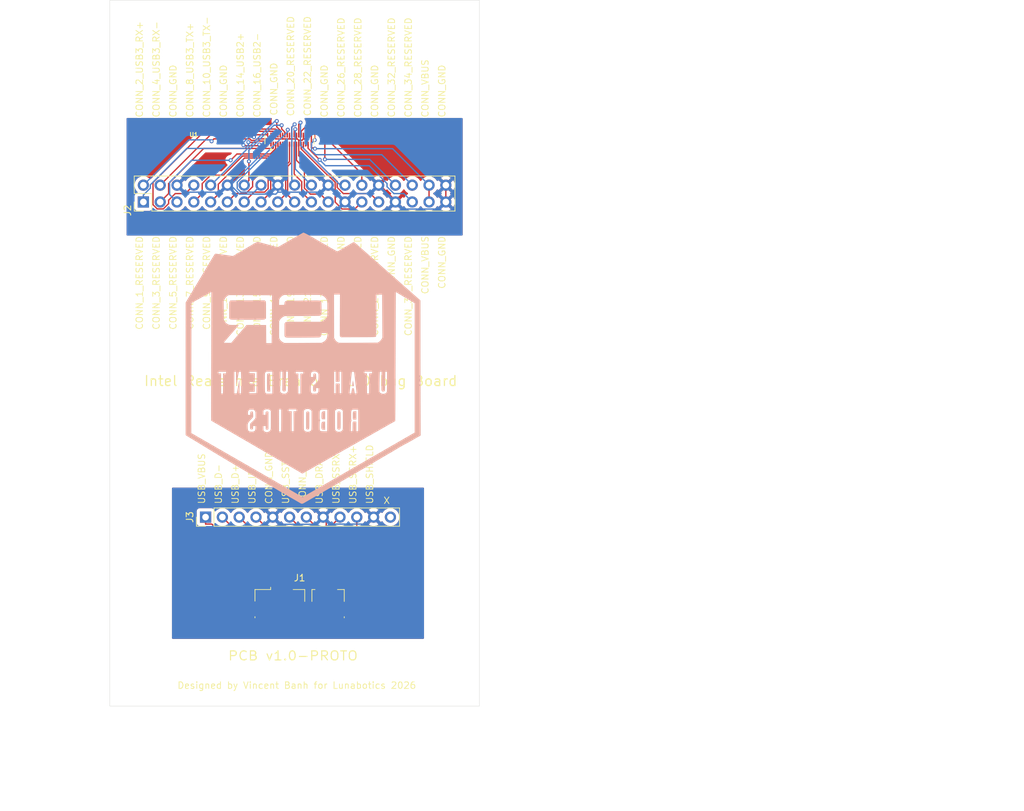
<source format=kicad_pcb>
(kicad_pcb (version 20241229) (generator "pcbnew") (generator_version "9.0")
  (title_block (title "Intel Realsense Breakout Board") (date "2026-01-29") (rev "1.0-PROTO") (company "Utah Student Robotics") (comment 1 "Designed by Vincent Banh"))
  (layers (0 "F.Cu" signal) (2 "B.Cu" signal) (13 "F.Paste" user) (15 "B.Paste" user) (5 "F.SilkS" user "F.Silkscreen") (7 "B.SilkS" user "B.Silkscreen") (1 "F.Mask" user) (3 "B.Mask" user) (25 "Edge.Cuts" user))
  (net 0 "")
  (net 1 "/USB_SSTX+")
  (net 2 "/USB_D+")
  (net 3 "/CONN_28_RESERVED")
  (net 4 "/USB_D-")
  (net 5 "/USB_SSRX-")
  (net 6 "/USB_SSRX+")
  (net 7 "/USB_VBUS")
  (net 8 "/USB_SSTX-")
  (net 9 "/USB_ID")
  (net 10 "/USB_DRAIN")
  (net 11 "/CONN_9_RESERVED")
  (net 12 "/CONN_1_RESERVED")
  (net 13 "/CONN_29_RESERVED")
  (net 14 "/CONN_GND")
  (net 15 "/CONN_11_RESERVED")
  (net 16 "/CONN_22_RESERVED")
  (net 17 "/CONN_8_USB3_TX+")
  (net 18 "/CONN_23_RESERVED")
  (net 19 "/CONN_33_RESERVED")
  (net 20 "/CONN_19_RESERVED")
  (net 21 "/CONN_20_RESERVED")
  (net 22 "/CONN_VBUS")
  (net 23 "/CONN_27_RESERVED")
  (net 24 "/CONN_32_RESERVED")
  (net 25 "/CONN_15_RESERVED")
  (net 26 "/CONN_14_USB2+")
  (net 27 "/CONN_17_RESERVED")
  (net 28 "/CONN_21_RESERVED")
  (net 29 "/CONN_5_RESERVED")
  (net 30 "/CONN_26_RESERVED")
  (net 31 "/CONN_7_RESERVED")
  (net 32 "/CONN_16_USB2-")
  (net 33 "/CONN_13_RESERVED")
  (net 34 "/CONN_3_RESERVED")
  (net 35 "/CONN_4_USB3_RX-")
  (net 36 "/CONN_2_USB3_RX+")
  (net 37 "/CONN_34_RESERVED")
  (net 38 "/CONN_10_USB3_TX-")
  (footprint "Realsense Footprints:IPEX_20708-034E-01" (layer "F.Cu") (at 144.01 66.775)
    (property "Reference" "U1" (at -14.47 -0.735 0) (layer "F.SilkS") (effects (font (size 0.64 0.64))))
    (property "Value" "~")
    (pad "1" smd rect (at -2.8 0.6775) (size 0.22 0.745) (layers "F.Cu") (net 12 "/CONN_1_RESERVED"))
    (pad "2" smd rect (at -2.8 -0.6775) (size 0.22 0.745) (layers "F.Cu") (net 36 "/CONN_2_USB3_RX+"))
    (pad "3" smd rect (at -2.45 0.6775) (size 0.22 0.745) (layers "F.Cu") (net 34 "/CONN_3_RESERVED"))
    (pad "4" smd rect (at -2.45 -0.6775) (size 0.22 0.745) (layers "F.Cu") (net 35 "/CONN_4_USB3_RX-"))
    (pad "5" smd rect (at -2.1 0.6775) (size 0.22 0.745) (layers "F.Cu") (net 29 "/CONN_5_RESERVED"))
    (pad "6" smd rect (at -2.1 -0.6775) (size 0.22 0.745) (layers "F.Cu") (net 14 "/CONN_GND"))
    (pad "7" smd rect (at -1.75 0.6775) (size 0.22 0.745) (layers "F.Cu") (net 31 "/CONN_7_RESERVED"))
    (pad "8" smd rect (at -1.75 -0.6775) (size 0.22 0.745) (layers "F.Cu") (net 17 "/CONN_8_USB3_TX+"))
    (pad "9" smd rect (at -1.4 0.6775) (size 0.22 0.745) (layers "F.Cu") (net 11 "/CONN_9_RESERVED"))
    (pad "10" smd rect (at -1.4 -0.6775) (size 0.22 0.745) (layers "F.Cu") (net 38 "/CONN_10_USB3_TX-"))
    (pad "11" smd rect (at -1.05 0.6775) (size 0.22 0.745) (layers "F.Cu") (net 15 "/CONN_11_RESERVED"))
    (pad "12" smd rect (at -1.05 -0.6775) (size 0.22 0.745) (layers "F.Cu") (net 14 "/CONN_GND"))
    (pad "13" smd rect (at -0.7 0.6775) (size 0.22 0.745) (layers "F.Cu") (net 33 "/CONN_13_RESERVED"))
    (pad "14" smd rect (at -0.7 -0.6775) (size 0.22 0.745) (layers "F.Cu") (net 26 "/CONN_14_USB2+"))
    (pad "15" smd rect (at -0.35 0.6775) (size 0.22 0.745) (layers "F.Cu") (net 25 "/CONN_15_RESERVED"))
    (pad "16" smd rect (at -0.35 -0.6775) (size 0.22 0.745) (layers "F.Cu") (net 32 "/CONN_16_USB2-"))
    (pad "17" smd rect (at 0 0.6775) (size 0.22 0.745) (layers "F.Cu") (net 27 "/CONN_17_RESERVED"))
    (pad "18" smd rect (at 0 -0.6775) (size 0.22 0.745) (layers "F.Cu") (net 14 "/CONN_GND"))
    (pad "19" smd rect (at 0.35 0.6775) (size 0.22 0.745) (layers "F.Cu") (net 20 "/CONN_19_RESERVED"))
    (pad "20" smd rect (at 0.35 -0.6775) (size 0.22 0.745) (layers "F.Cu") (net 21 "/CONN_20_RESERVED"))
    (pad "21" smd rect (at 0.7 0.6775) (size 0.22 0.745) (layers "F.Cu") (net 28 "/CONN_21_RESERVED"))
    (pad "22" smd rect (at 0.7 -0.6775) (size 0.22 0.745) (layers "F.Cu") (net 16 "/CONN_22_RESERVED"))
    (pad "23" smd rect (at 1.05 0.6775) (size 0.22 0.745) (layers "F.Cu") (net 18 "/CONN_23_RESERVED"))
    (pad "24" smd rect (at 1.05 -0.6775) (size 0.22 0.745) (layers "F.Cu") (net 14 "/CONN_GND"))
    (pad "25" smd rect (at 1.4 0.6775) (size 0.22 0.745) (layers "F.Cu") (net 14 "/CONN_GND"))
    (pad "26" smd rect (at 1.4 -0.6775) (size 0.22 0.745) (layers "F.Cu") (net 30 "/CONN_26_RESERVED"))
    (pad "27" smd rect (at 1.75 0.6775) (size 0.22 0.745) (layers "F.Cu") (net 23 "/CONN_27_RESERVED"))
    (pad "28" smd rect (at 1.75 -0.6775) (size 0.22 0.745) (layers "F.Cu") (net 3 "/CONN_28_RESERVED"))
    (pad "29" smd rect (at 2.1 0.6775) (size 0.22 0.745) (layers "F.Cu") (net 13 "/CONN_29_RESERVED"))
    (pad "30" smd rect (at 2.1 -0.6775) (size 0.22 0.745) (layers "F.Cu") (net 14 "/CONN_GND"))
    (pad "31" smd rect (at 2.45 0.6775) (size 0.22 0.745) (layers "F.Cu") (net 14 "/CONN_GND"))
    (pad "32" smd rect (at 2.45 -0.6775) (size 0.22 0.745) (layers "F.Cu") (net 24 "/CONN_32_RESERVED"))
    (pad "33" smd rect (at 2.8 0.6775) (size 0.22 0.745) (layers "F.Cu") (net 19 "/CONN_33_RESERVED"))
    (pad "34" smd rect (at 2.8 -0.6775) (size 0.22 0.745) (layers "F.Cu") (net 37 "/CONN_34_RESERVED"))
    (pad "S1" smd rect (at -3.31 -0.735) (size 0.2 0.63) (layers "F.Cu") (net 14 "/CONN_GND"))
    (pad "S2" smd rect (at 3.31 -0.735) (size 0.2 0.63) (layers "F.Cu") (net 22 "/CONN_VBUS"))
    (pad "S3" smd rect (at -3.31 0.735) (size 0.2 0.63) (layers "F.Cu") (net 14 "/CONN_GND"))
    (pad "S4" smd rect (at 3.31 0.735) (size 0.2 0.63) (layers "F.Cu") (net 22 "/CONN_VBUS"))
  )
  (footprint "Connector_PinHeader_2.54mm:PinHeader_2x19_P2.54mm_Vertical" (layer "F.Cu") (at 121.92 76.2 90)
    (property "Reference" "J2" (at -1.27 -2.38 90) (layer "F.SilkS"))
    (property "Value" "Conn_02x19_Odd_Even")
    (pad "1" thru_hole rect (at 0 0 90) (size 1.7 1.7) (drill 1) (layers "*.Cu" "*.Mask") (net 12 "/CONN_1_RESERVED"))
    (pad "2" thru_hole circle (at 2.54 0 90) (size 1.7 1.7) (drill 1) (layers "*.Cu" "*.Mask") (net 36 "/CONN_2_USB3_RX+"))
    (pad "3" thru_hole circle (at 0 2.54 90) (size 1.7 1.7) (drill 1) (layers "*.Cu" "*.Mask") (net 34 "/CONN_3_RESERVED"))
    (pad "4" thru_hole circle (at 2.54 2.54 90) (size 1.7 1.7) (drill 1) (layers "*.Cu" "*.Mask") (net 35 "/CONN_4_USB3_RX-"))
    (pad "5" thru_hole circle (at 0 5.08 90) (size 1.7 1.7) (drill 1) (layers "*.Cu" "*.Mask") (net 29 "/CONN_5_RESERVED"))
    (pad "6" thru_hole circle (at 2.54 5.08 90) (size 1.7 1.7) (drill 1) (layers "*.Cu" "*.Mask") (net 14 "/CONN_GND"))
    (pad "7" thru_hole circle (at 0 7.62 90) (size 1.7 1.7) (drill 1) (layers "*.Cu" "*.Mask") (net 31 "/CONN_7_RESERVED"))
    (pad "8" thru_hole circle (at 2.54 7.62 90) (size 1.7 1.7) (drill 1) (layers "*.Cu" "*.Mask") (net 17 "/CONN_8_USB3_TX+"))
    (pad "9" thru_hole circle (at 0 10.16 90) (size 1.7 1.7) (drill 1) (layers "*.Cu" "*.Mask") (net 11 "/CONN_9_RESERVED"))
    (pad "10" thru_hole circle (at 2.54 10.16 90) (size 1.7 1.7) (drill 1) (layers "*.Cu" "*.Mask") (net 38 "/CONN_10_USB3_TX-"))
    (pad "11" thru_hole circle (at 0 12.7 90) (size 1.7 1.7) (drill 1) (layers "*.Cu" "*.Mask") (net 15 "/CONN_11_RESERVED"))
    (pad "12" thru_hole circle (at 2.54 12.7 90) (size 1.7 1.7) (drill 1) (layers "*.Cu" "*.Mask") (net 14 "/CONN_GND"))
    (pad "13" thru_hole circle (at 0 15.24 90) (size 1.7 1.7) (drill 1) (layers "*.Cu" "*.Mask") (net 33 "/CONN_13_RESERVED"))
    (pad "14" thru_hole circle (at 2.54 15.24 90) (size 1.7 1.7) (drill 1) (layers "*.Cu" "*.Mask") (net 26 "/CONN_14_USB2+"))
    (pad "15" thru_hole circle (at 0 17.78 90) (size 1.7 1.7) (drill 1) (layers "*.Cu" "*.Mask") (net 25 "/CONN_15_RESERVED"))
    (pad "16" thru_hole circle (at 2.54 17.78 90) (size 1.7 1.7) (drill 1) (layers "*.Cu" "*.Mask") (net 32 "/CONN_16_USB2-"))
    (pad "17" thru_hole circle (at 0 20.32 90) (size 1.7 1.7) (drill 1) (layers "*.Cu" "*.Mask") (net 27 "/CONN_17_RESERVED"))
    (pad "18" thru_hole circle (at 2.54 20.32 90) (size 1.7 1.7) (drill 1) (layers "*.Cu" "*.Mask") (net 14 "/CONN_GND"))
    (pad "19" thru_hole circle (at 0 22.86 90) (size 1.7 1.7) (drill 1) (layers "*.Cu" "*.Mask") (net 20 "/CONN_19_RESERVED"))
    (pad "20" thru_hole circle (at 2.54 22.86 90) (size 1.7 1.7) (drill 1) (layers "*.Cu" "*.Mask") (net 21 "/CONN_20_RESERVED"))
    (pad "21" thru_hole circle (at 0 25.4 90) (size 1.7 1.7) (drill 1) (layers "*.Cu" "*.Mask") (net 28 "/CONN_21_RESERVED"))
    (pad "22" thru_hole circle (at 2.54 25.4 90) (size 1.7 1.7) (drill 1) (layers "*.Cu" "*.Mask") (net 16 "/CONN_22_RESERVED"))
    (pad "23" thru_hole circle (at 0 27.94 90) (size 1.7 1.7) (drill 1) (layers "*.Cu" "*.Mask") (net 18 "/CONN_23_RESERVED"))
    (pad "24" thru_hole circle (at 2.54 27.94 90) (size 1.7 1.7) (drill 1) (layers "*.Cu" "*.Mask") (net 14 "/CONN_GND"))
    (pad "25" thru_hole circle (at 0 30.48 90) (size 1.7 1.7) (drill 1) (layers "*.Cu" "*.Mask") (net 14 "/CONN_GND"))
    (pad "26" thru_hole circle (at 2.54 30.48 90) (size 1.7 1.7) (drill 1) (layers "*.Cu" "*.Mask") (net 30 "/CONN_26_RESERVED"))
    (pad "27" thru_hole circle (at 0 33.02 90) (size 1.7 1.7) (drill 1) (layers "*.Cu" "*.Mask") (net 23 "/CONN_27_RESERVED"))
    (pad "28" thru_hole circle (at 2.54 33.02 90) (size 1.7 1.7) (drill 1) (layers "*.Cu" "*.Mask") (net 3 "/CONN_28_RESERVED"))
    (pad "29" thru_hole circle (at 0 35.56 90) (size 1.7 1.7) (drill 1) (layers "*.Cu" "*.Mask") (net 13 "/CONN_29_RESERVED"))
    (pad "30" thru_hole circle (at 2.54 35.56 90) (size 1.7 1.7) (drill 1) (layers "*.Cu" "*.Mask") (net 14 "/CONN_GND"))
    (pad "31" thru_hole circle (at 0 38.1 90) (size 1.7 1.7) (drill 1) (layers "*.Cu" "*.Mask") (net 14 "/CONN_GND"))
    (pad "32" thru_hole circle (at 2.54 38.1 90) (size 1.7 1.7) (drill 1) (layers "*.Cu" "*.Mask") (net 24 "/CONN_32_RESERVED"))
    (pad "33" thru_hole circle (at 0 40.64 90) (size 1.7 1.7) (drill 1) (layers "*.Cu" "*.Mask") (net 19 "/CONN_33_RESERVED"))
    (pad "34" thru_hole circle (at 2.54 40.64 90) (size 1.7 1.7) (drill 1) (layers "*.Cu" "*.Mask") (net 37 "/CONN_34_RESERVED"))
    (pad "35" thru_hole circle (at 0 43.18 90) (size 1.7 1.7) (drill 1) (layers "*.Cu" "*.Mask") (net 22 "/CONN_VBUS"))
    (pad "36" thru_hole circle (at 2.54 43.18 90) (size 1.7 1.7) (drill 1) (layers "*.Cu" "*.Mask") (net 22 "/CONN_VBUS"))
    (pad "37" thru_hole circle (at 0 45.72 90) (size 1.7 1.7) (drill 1) (layers "*.Cu" "*.Mask") (net 14 "/CONN_GND"))
    (pad "38" thru_hole circle (at 2.54 45.72 90) (size 1.7 1.7) (drill 1) (layers "*.Cu" "*.Mask") (net 14 "/CONN_GND"))
  )
  (footprint "Connector_PinHeader_2.54mm:PinHeader_1x12_P2.54mm_Vertical" (layer "F.Cu") (at 131.32 123.8359 90)
    (property "Reference" "J3" (at 0 -2.38 90) (layer "F.SilkS"))
    (property "Value" "Conn_01x12_Pin")
    (pad "1" thru_hole rect (at 0 0 90) (size 1.7 1.7) (drill 1) (layers "*.Cu" "*.Mask") (net 7 "/USB_VBUS"))
    (pad "2" thru_hole circle (at 0 2.54 90) (size 1.7 1.7) (drill 1) (layers "*.Cu" "*.Mask") (net 4 "/USB_D-"))
    (pad "3" thru_hole circle (at 0 5.08 90) (size 1.7 1.7) (drill 1) (layers "*.Cu" "*.Mask") (net 2 "/USB_D+"))
    (pad "4" thru_hole circle (at 0 7.62 90) (size 1.7 1.7) (drill 1) (layers "*.Cu" "*.Mask") (net 9 "/USB_ID"))
    (pad "5" thru_hole circle (at 0 10.16 90) (size 1.7 1.7) (drill 1) (layers "*.Cu" "*.Mask") (net 10 "/USB_DRAIN"))
    (pad "6" thru_hole circle (at 0 12.7 90) (size 1.7 1.7) (drill 1) (layers "*.Cu" "*.Mask") (net 8 "/USB_SSTX-"))
    (pad "7" thru_hole circle (at 0 15.24 90) (size 1.7 1.7) (drill 1) (layers "*.Cu" "*.Mask") (net 1 "/USB_SSTX+"))
    (pad "8" thru_hole circle (at 0 17.78 90) (size 1.7 1.7) (drill 1) (layers "*.Cu" "*.Mask") (net 10 "/USB_DRAIN"))
    (pad "9" thru_hole circle (at 0 20.32 90) (size 1.7 1.7) (drill 1) (layers "*.Cu" "*.Mask") (net 5 "/USB_SSRX-"))
    (pad "10" thru_hole circle (at 0 22.86 90) (size 1.7 1.7) (drill 1) (layers "*.Cu" "*.Mask") (net 6 "/USB_SSRX+"))
    (pad "11" thru_hole circle (at 0 25.4 90) (size 1.7 1.7) (drill 1) (layers "*.Cu" "*.Mask") (net 10 "/USB_DRAIN"))
    (pad "12" thru_hole circle (at 0 27.94 90) (size 1.7 1.7) (drill 1) (layers "*.Cu" "*.Mask"))
  )
  (footprint "Connector_USB:USB3_Micro-B_Connfly_DS1104-01" (layer "F.Cu") (at 145.535 136.5359)
    (property "Reference" "J1" (at 0 -3.507 0) (layer "F.SilkS"))
    (property "Value" "USB3_B_Micro")
    (pad "1" smd rect (at -3.975 -1.475) (size 0.4 1.35) (layers "F.Cu" "F.Mask" "F.Paste") (net 7 "/USB_VBUS"))
    (pad "2" smd rect (at -3.325 -1.475) (size 0.4 1.35) (layers "F.Cu" "F.Mask" "F.Paste") (net 4 "/USB_D-"))
    (pad "3" smd rect (at -2.675 -1.475) (size 0.4 1.35) (layers "F.Cu" "F.Mask" "F.Paste") (net 2 "/USB_D+"))
    (pad "4" smd rect (at -2.025 -1.475) (size 0.4 1.35) (layers "F.Cu" "F.Mask" "F.Paste") (net 9 "/USB_ID"))
    (pad "5" smd rect (at -1.375 -1.475) (size 0.4 1.35) (layers "F.Cu" "F.Mask" "F.Paste") (net 10 "/USB_DRAIN"))
    (pad "6" smd rect (at 2.725 -1.475) (size 0.4 1.35) (layers "F.Cu" "F.Mask" "F.Paste") (net 8 "/USB_SSTX-"))
    (pad "7" smd rect (at 3.375 -1.475) (size 0.4 1.35) (layers "F.Cu" "F.Mask" "F.Paste") (net 1 "/USB_SSTX+"))
    (pad "8" smd rect (at 4.025 -1.475) (size 0.4 1.35) (layers "F.Cu" "F.Mask" "F.Paste") (net 10 "/USB_DRAIN"))
    (pad "9" smd rect (at 4.675 -1.475) (size 0.4 1.35) (layers "F.Cu" "F.Mask" "F.Paste") (net 5 "/USB_SSRX-"))
    (pad "10" smd rect (at 5.325 -1.475) (size 0.4 1.35) (layers "F.Cu" "F.Mask" "F.Paste") (net 6 "/USB_SSRX+"))
    (pad "11" smd rect (at -6.425 1.2) (size 2.3 1.9) (layers "F.Cu" "F.Mask" "F.Paste") (net 10 "/USB_DRAIN"))
    (pad "11" smd rect (at -3.875 1.2) (size 1.9 1.9) (layers "F.Cu" "F.Mask" "F.Paste") (net 10 "/USB_DRAIN"))
    (pad "11" smd rect (at -1.475 1.2) (size 1.9 1.9) (layers "F.Cu" "F.Mask" "F.Paste") (net 10 "/USB_DRAIN"))
    (pad "11" smd rect (at 1.075 1.2) (size 2.3 1.9) (layers "F.Cu" "F.Mask" "F.Paste") (net 10 "/USB_DRAIN"))
    (pad "11" smd rect (at 3.825 1.2) (size 1.8 1.9) (layers "F.Cu" "F.Mask" "F.Paste") (net 10 "/USB_DRAIN"))
    (pad "11" smd rect (at 6.425 1.2) (size 2.3 1.9) (layers "F.Cu" "F.Mask" "F.Paste") (net 10 "/USB_DRAIN"))
  )
  (footprint "LOGO" (layer "B.Cu") (at 144.78 101.6 180)
    (property "Reference" "G***" (hide yes))
    (property "Value" "LOGO" (hide yes))
  )
  (gr_rect (start 116.84 45.72) (end 172.72 152.4) (stroke (width 0.05)) (fill no) (layer "Edge.Cuts"))
  (gr_text "CONN_GND" (at 160.02 81.28 90) (layer "F.SilkS") (effects (font (size 1 1) (thickness 0.127)) (justify right bottom)))
  (gr_text "CONN_4_USB3_RX-" (at 124.46 63.5 90) (layer "F.SilkS") (effects (font (size 1 1) (thickness 0.127)) (justify left bottom)))
  (gr_text "CONN_GND" (at 167.64 81.28 90) (layer "F.SilkS") (effects (font (size 1 1) (thickness 0.127)) (justify right bottom)))
  (gr_text "USB_D+" (at 136.4 121.92 90) (layer "F.SilkS") (effects (font (size 1 1) (thickness 0.127)) (justify left bottom)))
  (gr_text "CONN_GND" (at 157.48 63.5 90) (layer "F.SilkS") (effects (font (size 1 1) (thickness 0.127)) (justify left bottom)))
  (gr_text "USB_SHIELD" (at 156.72 121.92 90) (layer "F.SilkS") (effects (font (size 1 1) (thickness 0.127)) (justify left bottom)))
  (gr_text "USB_ID" (at 138.94 121.92 90) (layer "F.SilkS") (effects (font (size 1 1) (thickness 0.127)) (justify left bottom)))
  (gr_text "Intel Realsense Breakout & Debug Board" (at 121.92 104.14 0) (layer "F.SilkS") (effects (font (size 1.508 1.508) (thickness 0.1885)) (justify left bottom)))
  (gr_text "USB_DRAIN" (at 149.1 121.92 90) (layer "F.SilkS") (effects (font (size 1 1) (thickness 0.127)) (justify left bottom)))
  (gr_text "CONN_22_RESERVED" (at 147.32 63.295 90) (layer "F.SilkS") (effects (font (size 1 1) (thickness 0.127)) (justify left bottom)))
  (gr_text "CONN_14_USB2+" (at 137.16 63.5 90) (layer "F.SilkS") (effects (font (size 1 1) (thickness 0.127)) (justify left bottom)))
  (gr_text "CONN_GND" (at 152.4 81.28 90) (layer "F.SilkS") (effects (font (size 1 1) (thickness 0.127)) (justify right bottom)))
  (gr_text "CONN_27_RESERVED" (at 154.94 81.28 90) (layer "F.SilkS") (effects (font (size 1 1) (thickness 0.127)) (justify right bottom)))
  (gr_text "CONN_GND" (at 167.64 63.5 90) (layer "F.SilkS") (effects (font (size 1 1) (thickness 0.127)) (justify left bottom)))
  (gr_text "USB_D-" (at 133.86 121.92 90) (layer "F.SilkS") (effects (font (size 1 1) (thickness 0.127)) (justify left bottom)))
  (gr_text "CONN_9_RESERVED" (at 132.08 81.28 90) (layer "F.SilkS") (effects (font (size 1 1) (thickness 0.127)) (justify right bottom)))
  (gr_text "CONN_26_RESERVED" (at 152.4 63.5 90) (layer "F.SilkS") (effects (font (size 1 1) (thickness 0.127)) (justify left bottom)))
  (gr_text "CONN_GND" (at 141.48 121.92 90) (layer "F.SilkS") (effects (font (size 1 1) (thickness 0.127)) (justify left bottom)))
  (gr_text "CONN_32_RESERVED" (at 160.02 63.5 90) (layer "F.SilkS") (effects (font (size 1 1) (thickness 0.127)) (justify left bottom)))
  (gr_text "CONN_7_RESERVED" (at 129.54 81.28 90) (layer "F.SilkS") (effects (font (size 1 1) (thickness 0.127)) (justify right bottom)))
  (gr_text "CONN_5_RESERVED" (at 127 81.28 90) (layer "F.SilkS") (effects (font (size 1 1) (thickness 0.127)) (justify right bottom)))
  (gr_text "CONN_13_RESERVED" (at 137.16 81.28 90) (layer "F.SilkS") (effects (font (size 1 1) (thickness 0.127)) (justify right bottom)))
  (gr_text "CONN_3_RESERVED" (at 124.46 81.28 90) (layer "F.SilkS") (effects (font (size 1 1) (thickness 0.127)) (justify right bottom)))
  (gr_text "CONN_19_RESERVED" (at 144.78 81.28 90) (layer "F.SilkS") (effects (font (size 1 1) (thickness 0.127)) (justify right bottom)))
  (gr_text "CONN_15_RESERVED" (at 139.7 81.28 90) (layer "F.SilkS") (effects (font (size 1 1) (thickness 0.127)) (justify right bottom)))
  (gr_text "USB_SSRX+" (at 154.18 121.92 90) (layer "F.SilkS") (effects (font (size 1 1) (thickness 0.127)) (justify left bottom)))
  (gr_text "CONN_34_RESERVED" (at 162.56 63.5 90) (layer "F.SilkS") (effects (font (size 1 1) (thickness 0.127)) (justify left bottom)))
  (gr_text "CONN_17_RESERVED" (at 142.24 81.28 90) (layer "F.SilkS") (effects (font (size 1 1) (thickness 0.127)) (justify right bottom)))
  (gr_text "CONN_2_USB3_RX+" (at 121.92 63.5 90) (layer "F.SilkS") (effects (font (size 1 1) (thickness 0.127)) (justify left bottom)))
  (gr_text "CONN_SSTX+" (at 146.56 121.92 90) (layer "F.SilkS") (effects (font (size 1 1) (thickness 0.127)) (justify left bottom)))
  (gr_text "CONN_GND" (at 149.86 63.5 90) (layer "F.SilkS") (effects (font (size 1 1) (thickness 0.127)) (justify left bottom)))
  (gr_text "CONN_29_RESERVED" (at 157.48 81.28 90) (layer "F.SilkS") (effects (font (size 1 1) (thickness 0.127)) (justify right bottom)))
  (gr_text "CONN_1_RESERVED" (at 121.92 81.28 90) (layer "F.SilkS") (effects (font (size 1 1) (thickness 0.127)) (justify right bottom)))
  (gr_text "CONN_GND" (at 142.24 63.195 90) (layer "F.SilkS") (effects (font (size 1 1) (thickness 0.127)) (justify left bottom)))
  (gr_text "Designed by Vincent Banh for Lunabotics 2026" (at 127 149.86 0) (layer "F.SilkS") (effects (font (size 1 1) (thickness 0.127)) (justify left bottom)))
  (gr_text "CONN_13_RESERVED" (at 149.86 81.28 90) (layer "F.SilkS") (effects (font (size 1 1) (thickness 0.127)) (justify right bottom)))
  (gr_text "X" (at 159.26 121.92 0) (layer "F.SilkS") (effects (font (size 1 1) (thickness 0.127)) (justify right bottom)))
  (gr_text "CONN_GND" (at 127 63.5 90) (layer "F.SilkS") (effects (font (size 1 1) (thickness 0.127)) (justify left bottom)))
  (gr_text "PCB v1.0-PROTO" (at 134.62 145.6 0) (layer "F.SilkS") (effects (font (size 1.37 1.508) (thickness 0.17125)) (justify left bottom)))
  (gr_text "CONN_21_RESERVED" (at 147.32 81.28 90) (layer "F.SilkS") (effects (font (size 1 1) (thickness 0.127)) (justify right bottom)))
  (gr_text "CONN_28_RESERVED" (at 154.94 63.5 90) (layer "F.SilkS") (effects (font (size 1 1) (thickness 0.127)) (justify left bottom)))
  (gr_text "CONN_VBUS" (at 165.1 63.5 90) (layer "F.SilkS") (effects (font (size 1 1) (thickness 0.127)) (justify left bottom)))
  (gr_text "USB_VBUS" (at 131.32 121.92 90) (layer "F.SilkS") (effects (font (size 1 1) (thickness 0.127)) (justify left bottom)))
  (gr_text "USB_SSTX-" (at 144.02 121.92 90) (layer "F.SilkS") (effects (font (size 1 1) (thickness 0.127)) (justify left bottom)))
  (gr_text "CONN_VBUS" (at 165.1 81.28 90) (layer "F.SilkS") (effects (font (size 1 1) (thickness 0.127)) (justify right bottom)))
  (gr_text "CONN_10_USB3_TX-" (at 132.08 63.5 90) (layer "F.SilkS") (effects (font (size 1 1) (thickness 0.127)) (justify left bottom)))
  (gr_text "CONN_GND" (at 134.62 63.5 90) (layer "F.SilkS") (effects (font (size 1 1) (thickness 0.127)) (justify left bottom)))
  (gr_text "CONN_33_RESERVED" (at 162.56 81.28 90) (layer "F.SilkS") (effects (font (size 1 1) (thickness 0.127)) (justify right bottom)))
  (gr_text "CONN_16_USB2-" (at 139.7 63.5 90) (layer "F.SilkS") (effects (font (size 1 1) (thickness 0.127)) (justify left bottom)))
  (gr_text "CONN_8_USB3_TX+" (at 129.54 63.5 90) (layer "F.SilkS") (effects (font (size 1 1) (thickness 0.127)) (justify left bottom)))
  (gr_text "USB_SSRX-" (at 151.64 121.92 90) (layer "F.SilkS") (effects (font (size 1 1) (thickness 0.127)) (justify left bottom)))
  (gr_text "CONN_20_RESERVED" (at 144.78 63.295 90) (layer "F.SilkS") (effects (font (size 1 1) (thickness 0.127)) (justify left bottom)))
  (gr_text "CONN_11_RESERVED" (at 134.62 81.28 90) (layer "F.SilkS") (effects (font (size 1 1) (thickness 0.127)) (justify right bottom)))
  (segment (start 148.91 126.1859) (end 146.56 123.8359) (width 0.2) (layer "F.Cu") (net 1))
  (segment (start 148.91 135.0609) (end 148.91 126.1859) (width 0.2) (layer "F.Cu") (net 1))
  (segment (start 142.86 135.0609) (end 142.86 130.2959) (width 0.2) (layer "F.Cu") (net 2))
  (segment (start 142.86 130.2959) (end 136.4 123.8359) (width 0.2) (layer "F.Cu") (net 2))
  (segment (start 147.8056 64.8213) (end 146.462 64.8213) (width 0.2) (layer "F.Cu") (net 3))
  (segment (start 154.94 73.66) (end 154.94 71.9557) (width 0.2) (layer "F.Cu") (net 3))
  (segment (start 154.94 71.9557) (end 147.8056 64.8213) (width 0.2) (layer "F.Cu") (net 3))
  (segment (start 145.76 66.0975) (end 145.76 65.5233) (width 0.2) (layer "F.Cu") (net 3))
  (segment (start 146.462 64.8213) (end 145.76 65.5233) (width 0.2) (layer "F.Cu") (net 3))
  (segment (start 142.21 135.0609) (end 142.21 132.1859) (width 0.2) (layer "F.Cu") (net 4))
  (segment (start 142.21 132.1859) (end 133.86 123.8359) (width 0.2) (layer "F.Cu") (net 4))
  (segment (start 150.21 135.0609) (end 150.21 125.2659) (width 0.2) (layer "F.Cu") (net 5))
  (segment (start 150.21 125.2659) (end 151.64 123.8359) (width 0.2) (layer "F.Cu") (net 5))
  (segment (start 150.86 134.1842) (end 154.18 130.8642) (width 0.2) (layer "F.Cu") (net 6))
  (segment (start 154.18 130.8642) (end 154.18 123.8359) (width 0.2) (layer "F.Cu") (net 6))
  (segment (start 150.86 135.0609) (end 150.86 134.1842) (width 0.2) (layer "F.Cu") (net 6))
  (segment (start 141.56 135.0609) (end 141.56 134.1842) (width 0.2) (layer "F.Cu") (net 7))
  (segment (start 131.32 123.8359) (end 131.32 124.8876) (width 0.2) (layer "F.Cu") (net 7))
  (segment (start 141.56 134.1842) (end 132.2634 124.8876) (width 0.2) (layer "F.Cu") (net 7))
  (segment (start 132.2634 124.8876) (end 131.32 124.8876) (width 0.2) (layer "F.Cu") (net 7))
  (segment (start 148.26 128.0759) (end 148.26 135.0609) (width 0.2) (layer "F.Cu") (net 8))
  (segment (start 144.02 123.8359) (end 148.26 128.0759) (width 0.2) (layer "F.Cu") (net 8))
  (segment (start 143.51 128.4059) (end 138.94 123.8359) (width 0.2) (layer "F.Cu") (net 9))
  (segment (start 143.51 135.0609) (end 143.51 128.4059) (width 0.2) (layer "F.Cu") (net 9))
  (segment (start 139.11 137.7359) (end 141.66 137.7359) (width 0.2) (layer "F.Cu") (net 10))
  (segment (start 148.5376 137.16) (end 147.9617 137.7359) (width 0.2) (layer "F.Cu") (net 10))
  (segment (start 144.16 136.4842) (end 144.06 136.5842) (width 0.2) (layer "F.Cu") (net 10))
  (segment (start 146.61 137.7359) (end 146.61 136.5842) (width 0.2) (layer "F.Cu") (net 10))
  (segment (start 149.56 136.3842) (end 149.36 136.5842) (width 0.2) (layer "F.Cu") (net 10))
  (segment (start 144.06 137.7359) (end 144.06 136.5842) (width 0.2) (layer "F.Cu") (net 10))
  (segment (start 141.66 137.7359) (end 144.06 137.7359) (width 0.2) (layer "F.Cu") (net 10))
  (segment (start 149.36 137.16) (end 149.36 136.5842) (width 0.2) (layer "F.Cu") (net 10))
  (segment (start 149.36 137.16) (end 148.5376 137.16) (width 0.2) (layer "F.Cu") (net 10))
  (segment (start 149.56 124.2959) (end 149.56 135.0609) (width 0.2) (layer "F.Cu") (net 10))
  (segment (start 149.56 136.3842) (end 151.76 136.3842) (width 0.2) (layer "F.Cu") (net 10))
  (segment (start 146.61 137.7359) (end 147.9617 137.7359) (width 0.2) (layer "F.Cu") (net 10))
  (segment (start 149.1 123.8359) (end 149.56 124.2959) (width 0.2) (layer "F.Cu") (net 10))
  (segment (start 146.51 136.4842) (end 146.61 136.5842) (width 0.2) (layer "F.Cu") (net 10))
  (segment (start 149.56 135.0609) (end 149.56 136.3842) (width 0.2) (layer "F.Cu") (net 10))
  (segment (start 144.16 136.4842) (end 146.51 136.4842) (width 0.2) (layer "F.Cu") (net 10))
  (segment (start 149.36 137.7359) (end 149.36 137.16) (width 0.2) (layer "F.Cu") (net 10))
  (segment (start 151.76 136.3842) (end 151.96 136.5842) (width 0.2) (layer "F.Cu") (net 10))
  (segment (start 144.16 135.0609) (end 144.16 136.4842) (width 0.2) (layer "F.Cu") (net 10))
  (segment (start 151.96 137.7359) (end 151.96 136.5842) (width 0.2) (layer "F.Cu") (net 10))
  (segment (start 142.5641 124.92) (end 148.0159 124.92) (width 0.2) (layer "B.Cu") (net 10))
  (segment (start 155.6683 124.8876) (end 150.1517 124.8876) (width 0.2) (layer "B.Cu") (net 10))
  (segment (start 156.72 123.8359) (end 155.6683 124.8876) (width 0.2) (layer "B.Cu") (net 10))
  (segment (start 141.48 123.8359) (end 142.5641 124.92) (width 0.2) (layer "B.Cu") (net 10))
  (segment (start 150.1517 124.8876) (end 149.1 123.8359) (width 0.2) (layer "B.Cu") (net 10))
  (segment (start 148.0159 124.92) (end 149.1 123.8359) (width 0.2) (layer "B.Cu") (net 10))
  (segment (start 141.3875 69.5509) (end 137.2155 69.5509) (width 0.2) (layer "F.Cu") (net 11))
  (segment (start 142.61 67.4525) (end 142.61 68.0267) (width 0.2) (layer "F.Cu") (net 11))
  (segment (start 142.61 68.0267) (end 142.61 68.3284) (width 0.2) (layer "F.Cu") (net 11))
  (segment (start 133.2438 75.0362) (end 132.08 76.2) (width 0.2) (layer "F.Cu") (net 11))
  (segment (start 133.2438 73.5226) (end 133.2438 75.0362) (width 0.2) (layer "F.Cu") (net 11))
  (segment (start 142.61 68.3284) (end 141.3875 69.5509) (width 0.2) (layer "F.Cu") (net 11))
  (segment (start 137.2155 69.5509) (end 133.2438 73.5226) (width 0.2) (layer "F.Cu") (net 11))
  (segment (start 140.9121 66.9933) (end 141.21 67.2912) (width 0.2) (layer "F.Cu") (net 12))
  (segment (start 137.7947 67.1651) (end 137.8314 67.2018) (width 0.2) (layer "F.Cu") (net 12))
  (segment (start 137.7947 67.1635) (end 137.7947 67.1651) (width 0.2) (layer "F.Cu") (net 12))
  (segment (start 138.9762 67.2018) (end 139.1847 66.9933) (width 0.2) (layer "F.Cu") (net 12))
  (segment (start 139.1847 66.9933) (end 140.9121 66.9933) (width 0.2) (layer "F.Cu") (net 12))
  (segment (start 137.7947 67.1651) (end 137.7947 67.1635) (width 0.2) (layer "F.Cu") (net 12))
  (segment (start 141.21 67.2912) (end 141.21 67.4525) (width 0.2) (layer "F.Cu") (net 12))
  (segment (start 137.8314 67.2018) (end 138.9762 67.2018) (width 0.2) (layer "F.Cu") (net 12))
  (via (at 137.7947 67.1651) (size 0.6) (drill 0.3) (layers "F.Cu" "B.Cu") (net 12))
  (segment (start 122.9717 74.0966) (end 122.9717 73.6124) (width 0.2) (layer "B.Cu") (net 12))
  (segment (start 137.2542 68.11) (end 137.7947 67.5695) (width 0.2) (layer "B.Cu") (net 12))
  (segment (start 128.4741 68.11) (end 137.2542 68.11) (width 0.2) (layer "B.Cu") (net 12))
  (segment (start 121.92 76.2) (end 121.92 75.1483) (width 0.2) (layer "B.Cu") (net 12))
  (segment (start 137.7947 67.5695) (end 137.7947 67.1635) (width 0.2) (layer "B.Cu") (net 12))
  (segment (start 137.7947 67.1635) (end 137.7947 67.1651) (width 0.2) (layer "B.Cu") (net 12))
  (segment (start 122.9717 73.6124) (end 128.4741 68.11) (width 0.2) (layer "B.Cu") (net 12))
  (segment (start 121.92 75.1483) (end 122.9717 74.0966) (width 0.2) (layer "B.Cu") (net 12))
  (segment (start 150.0478 71.9339) (end 151.2134 73.0995) (width 0.2) (layer "F.Cu") (net 13))
  (segment (start 151.2134 73.0995) (end 151.2134 73.9975) (width 0.2) (layer "F.Cu") (net 13))
  (segment (start 146.11 67.4525) (end 146.11 68.0877) (width 0.2) (layer "F.Cu") (net 13))
  (segment (start 149.9562 71.9339) (end 150.0478 71.9339) (width 0.2) (layer "F.Cu") (net 13))
  (segment (start 152.1459 74.93) (end 156.21 74.93) (width 0.2) (layer "F.Cu") (net 13))
  (segment (start 151.2134 73.9975) (end 152.1459 74.93) (width 0.2) (layer "F.Cu") (net 13))
  (segment (start 146.11 68.0877) (end 149.9562 71.9339) (width 0.2) (layer "F.Cu") (net 13))
  (segment (start 156.21 74.93) (end 157.48 76.2) (width 0.2) (layer "F.Cu") (net 13))
  (segment (start 145.06 66.6702) (end 145.0585 66.6717) (width 0.2) (layer "F.Cu") (net 14))
  (segment (start 142.96 66.6702) (end 142.96 66.6717) (width 0.2) (layer "F.Cu") (net 14))
  (segment (start 137.134 67.6959) (end 139.2635 67.6959) (width 0.2) (layer "F.Cu") (net 14))
  (segment (start 139.0019 66.04) (end 138.6435 66.3984) (width 0.2) (layer "F.Cu") (net 14))
  (segment (start 144.01 66.6702) (end 144.01 66.6717) (width 0.2) (layer "F.Cu") (net 14))
  (segment (start 138.6435 66.3984) (end 139.0019 66.04) (width 0.2) (layer "F.Cu") (net 14))
  (segment (start 146.2534 66.6717) (end 146.11 66.6717) (width 0.2) (layer "F.Cu") (net 14))
  (segment (start 145.41 66.8783) (end 145.2034 66.6717) (width 0.2) (layer "F.Cu") (net 14))
  (segment (start 145.41 67.4525) (end 145.41 66.8783) (width 0.2) (layer "F.Cu") (net 14))
  (segment (start 146.11 66.6702) (end 146.11 66.6717) (width 0.2) (layer "F.Cu") (net 14))
  (segment (start 141.91 66.6717) (end 142.9585 66.6717) (width 0.2) (layer "F.Cu") (net 14))
  (segment (start 145.06 66.0975) (end 145.06 66.67) (width 0.2) (layer "F.Cu") (net 14))
  (segment (start 141.91 66.0975) (end 141.91 66.6717) (width 0.2) (layer "F.Cu") (net 14))
  (segment (start 144.0115 66.6717) (end 144.01 66.6702) (width 0.2) (layer "F.Cu") (net 14))
  (segment (start 167.64 76.2) (end 167.64 73.66) (width 0.2) (layer "F.Cu") (net 14))
  (segment (start 142.9585 66.6717) (end 142.96 66.6702) (width 0.2) (layer "F.Cu") (net 14))
  (segment (start 145.06 66.67) (end 145.06 66.6702) (width 0.2) (layer "F.Cu") (net 14))
  (segment (start 137.0464 67.6083) (end 137.134 67.6959) (width 0.2) (layer "F.Cu") (net 14))
  (segment (start 145.0585 66.6717) (end 144.0115 66.6717) (width 0.2) (layer "F.Cu") (net 14))
  (segment (start 146.11 66.67) (end 146.11 66.6702) (width 0.2) (layer "F.Cu") (net 14))
  (segment (start 146.46 66.8783) (end 146.2534 66.6717) (width 0.2) (layer "F.Cu") (net 14))
  (segment (start 139.2635 67.6959) (end 139.4475 67.5119) (width 0.2) (layer "F.Cu") (net 14))
  (segment (start 142.96 66.0975) (end 142.96 66.6702) (width 0.2) (layer "F.Cu") (net 14))
  (segment (start 144.01 66.0975) (end 144.01 66.6702) (width 0.2) (layer "F.Cu") (net 14))
  (segment (start 145.9019 66.8783) (end 145.41 66.8783) (width 0.2) (layer "F.Cu") (net 14))
  (segment (start 146.11 66.6702) (end 145.9019 66.8783) (width 0.2) (layer "F.Cu") (net 14))
  (segment (start 146.46 67.4525) (end 146.46 66.8783) (width 0.2) (layer "F.Cu") (net 14))
  (segment (start 140.7 66.04) (end 139.0019 66.04) (width 0.2) (layer "F.Cu") (net 14))
  (segment (start 146.11 66.0975) (end 146.11 66.67) (width 0.2) (layer "F.Cu") (net 14))
  (segment (start 145.41 69.21) (end 145.41 67.4525) (width 0.2) (layer "F.Cu") (net 14))
  (segment (start 145.2034 66.6717) (end 145.06 66.6717) (width 0.2) (layer "F.Cu") (net 14))
  (segment (start 145.06 66.6702) (end 145.06 66.6717) (width 0.2) (layer "F.Cu") (net 14))
  (segment (start 139.4494 67.51) (end 139.4475 67.5119) (width 0.2) (layer "F.Cu") (net 14))
  (segment (start 142.96 66.6717) (end 144.01 66.6717) (width 0.2) (layer "F.Cu") (net 14))
  (segment (start 140.7 67.51) (end 139.4494 67.51) (width 0.2) (layer "F.Cu") (net 14))
  (segment (start 139.0019 66.04) (end 138.6435 66.3984) (width 0.2) (layer "F.Cu") (net 14))
  (segment (start 149.86 73.66) (end 145.41 69.21) (width 0.2) (layer "F.Cu") (net 14))
  (via (at 139.4475 67.5119) (size 0.6) (drill 0.3) (layers "F.Cu" "B.Cu") (net 14))
  (via (at 137.0464 67.6083) (size 0.6) (drill 0.3) (layers "F.Cu" "B.Cu") (net 14))
  (via (at 138.6435 66.3984) (size 0.6) (drill 0.3) (layers "F.Cu" "B.Cu") (net 14))
  (segment (start 139.4475 69.3258) (end 139.4475 67.5119) (width 0.2) (layer "B.Cu") (net 14))
  (segment (start 134.62 73.66) (end 135.1133 73.66) (width 0.2) (layer "B.Cu") (net 14))
  (segment (start 133.5649 74.7151) (end 128.0551 74.7151) (width 0.2) (layer "B.Cu") (net 14))
  (segment (start 161.0892 77.2692) (end 160.02 76.2) (width 0.2) (layer "B.Cu") (net 14))
  (segment (start 153.67 74.93) (end 152.4 76.2) (width 0.2) (layer "B.Cu") (net 14))
  (segment (start 137.8426 66.3984) (end 137.0464 67.1946) (width 0.2) (layer "B.Cu") (net 14))
  (segment (start 135.1133 73.66) (end 136.4667 75.0134) (width 0.2) (layer "B.Cu") (net 14))
  (segment (start 139.0019 66.04) (end 138.6435 66.3984) (width 0.2) (layer "B.Cu") (net 14))
  (segment (start 138.6435 66.3984) (end 139.0019 66.04) (width 0.2) (layer "B.Cu") (net 14))
  (segment (start 149.86 73.66) (end 148.8083 74.7117) (width 0.2) (layer "B.Cu") (net 14))
  (segment (start 167.64 76.2) (end 166.5708 77.2692) (width 0.2) (layer "B.Cu") (net 14))
  (segment (start 128.0551 74.7151) (end 127 73.66) (width 0.2) (layer "B.Cu") (net 14))
  (segment (start 156.21 74.93) (end 153.67 74.93) (width 0.2) (layer "B.Cu") (net 14))
  (segment (start 134.62 73.66) (end 133.5649 74.7151) (width 0.2) (layer "B.Cu") (net 14))
  (segment (start 136.4667 75.0134) (end 141.9383 75.0134) (width 0.2) (layer "B.Cu") (net 14))
  (segment (start 141.9383 75.0134) (end 142.24 74.7117) (width 0.2) (layer "B.Cu") (net 14))
  (segment (start 152.4 76.2) (end 149.86 73.66) (width 0.2) (layer "B.Cu") (net 14))
  (segment (start 137.0464 67.1946) (end 137.0464 67.6083) (width 0.2) (layer "B.Cu") (net 14))
  (segment (start 135.1133 73.66) (end 139.4475 69.3258) (width 0.2) (layer "B.Cu") (net 14))
  (segment (start 160.02 76.2) (end 157.48 73.66) (width 0.2) (layer "B.Cu") (net 14))
  (segment (start 142.24 73.66) (end 142.24 74.7117) (width 0.2) (layer "B.Cu") (net 14))
  (segment (start 157.48 73.66) (end 156.21 74.93) (width 0.2) (layer "B.Cu") (net 14))
  (segment (start 137.0464 67.6083) (end 137.0464 67.1946) (width 0.2) (layer "B.Cu") (net 14))
  (segment (start 166.5708 77.2692) (end 161.0892 77.2692) (width 0.2) (layer "B.Cu") (net 14))
  (segment (start 137.0464 67.1946) (end 137.0464 67.6083) (width 0.2) (layer "B.Cu") (net 14))
  (segment (start 148.8083 74.7117) (end 142.24 74.7117) (width 0.2) (layer "B.Cu") (net 14))
  (segment (start 138.6435 66.3984) (end 137.8426 66.3984) (width 0.2) (layer "B.Cu") (net 14))
  (segment (start 135.89 74.93) (end 134.62 76.2) (width 0.2) (layer "F.Cu") (net 15))
  (segment (start 142.96 68.4356) (end 138.4301 72.9655) (width 0.2) (layer "F.Cu") (net 15))
  (segment (start 138.4301 72.9655) (end 138.4301 73.8926) (width 0.2) (layer "F.Cu") (net 15))
  (segment (start 138.4301 73.8926) (end 137.3927 74.93) (width 0.2) (layer "F.Cu") (net 15))
  (segment (start 137.3927 74.93) (end 135.89 74.93) (width 0.2) (layer "F.Cu") (net 15))
  (segment (start 142.96 67.4525) (end 142.96 68.4356) (width 0.2) (layer "F.Cu") (net 15))
  (segment (start 144.71 65.372) (end 144.71 66.0975) (width 0.2) (layer "F.Cu") (net 16))
  (segment (start 144.8851 65.1969) (end 144.71 65.372) (width 0.2) (layer "F.Cu") (net 16))
  (via (at 144.8851 65.1969) (size 0.6) (drill 0.3) (layers "F.Cu" "B.Cu") (net 16))
  (segment (start 147.32 73.66) (end 144.8851 71.2251) (width 0.2) (layer "B.Cu") (net 16))
  (segment (start 144.8851 71.2251) (end 144.8851 65.1969) (width 0.2) (layer "B.Cu") (net 16))
  (segment (start 125.73 76.4506) (end 124.9289 77.2517) (width 0.2) (layer "F.Cu") (net 17))
  (segment (start 142.26 66.0975) (end 142.26 65.5233) (width 0.2) (layer "F.Cu") (net 17))
  (segment (start 128.27 74.93) (end 126.7326 74.93) (width 0.2) (layer "F.Cu") (net 17))
  (segment (start 141.917 65.1803) (end 142.26 65.5233) (width 0.2) (layer "F.Cu") (net 17))
  (segment (start 124.0149 77.2517) (end 123.3758 76.6126) (width 0.2) (layer "F.Cu") (net 17))
  (segment (start 125.73 75.9326) (end 125.73 76.4506) (width 0.2) (layer "F.Cu") (net 17))
  (segment (start 131.4525 65.1803) (end 141.917 65.1803) (width 0.2) (layer "F.Cu") (net 17))
  (segment (start 123.3758 76.6126) (end 123.3758 73.257) (width 0.2) (layer "F.Cu") (net 17))
  (segment (start 123.3758 73.257) (end 131.4525 65.1803) (width 0.2) (layer "F.Cu") (net 17))
  (segment (start 129.54 73.66) (end 128.27 74.93) (width 0.2) (layer "F.Cu") (net 17))
  (segment (start 124.9289 77.2517) (end 124.0149 77.2517) (width 0.2) (layer "F.Cu") (net 17))
  (segment (start 126.7326 74.93) (end 125.73 75.9326) (width 0.2) (layer "F.Cu") (net 17))
  (segment (start 146.2617 71.099) (end 145.06 69.8973) (width 0.2) (layer "F.Cu") (net 18))
  (segment (start 146.2617 74.1164) (end 146.2617 71.099) (width 0.2) (layer "F.Cu") (net 18))
  (segment (start 145.06 69.8973) (end 145.06 67.4525) (width 0.2) (layer "F.Cu") (net 18))
  (segment (start 147.1572 75.0119) (end 146.2617 74.1164) (width 0.2) (layer "F.Cu") (net 18))
  (segment (start 149.86 76.2) (end 148.6719 75.0119) (width 0.2) (layer "F.Cu") (net 18))
  (segment (start 148.6719 75.0119) (end 147.1572 75.0119) (width 0.2) (layer "F.Cu") (net 18))
  (segment (start 146.81 68.0716) (end 148.568 69.8296) (width 0.2) (layer "F.Cu") (net 19))
  (segment (start 146.81 67.4525) (end 146.81 68.0716) (width 0.2) (layer "F.Cu") (net 19))
  (via (at 148.568 69.8296) (size 0.6) (drill 0.3) (layers "F.Cu" "B.Cu") (net 19))
  (segment (start 161.29 74.93) (end 162.56 76.2) (width 0.2) (layer "B.Cu") (net 19))
  (segment (start 158.7501 73.4117) (end 158.7501 73.8928) (width 0.2) (layer "B.Cu") (net 19))
  (segment (start 156.0549 70.7165) (end 158.7501 73.4117) (width 0.2) (layer "B.Cu") (net 19))
  (segment (start 158.7501 73.8928) (end 159.7873 74.93) (width 0.2) (layer "B.Cu") (net 19))
  (segment (start 149.4549 70.7165) (end 156.0549 70.7165) (width 0.2) (layer "B.Cu") (net 19))
  (segment (start 148.568 69.8296) (end 149.4549 70.7165) (width 0.2) (layer "B.Cu") (net 19))
  (segment (start 159.7873 74.93) (end 161.29 74.93) (width 0.2) (layer "B.Cu") (net 19))
  (segment (start 144.36 70.1758) (end 144.36 67.4525) (width 0.2) (layer "F.Cu") (net 20))
  (segment (start 143.7245 70.8113) (end 144.36 70.1758) (width 0.2) (layer "F.Cu") (net 20))
  (segment (start 144.78 76.2) (end 143.7245 75.1445) (width 0.2) (layer "F.Cu") (net 20))
  (segment (start 143.7245 75.1445) (end 143.7245 70.8113) (width 0.2) (layer "F.Cu") (net 20))
  (segment (start 144.7802 64.4666) (end 144.36 64.8868) (width 0.2) (layer "F.Cu") (net 21))
  (segment (start 144.36 64.8868) (end 144.36 66.0975) (width 0.2) (layer "F.Cu") (net 21))
  (via (at 144.7802 64.4666) (size 0.6) (drill 0.3) (layers "F.Cu" "B.Cu") (net 21))
  (segment (start 144.3602 73.2402) (end 144.78 73.66) (width 0.2) (layer "B.Cu") (net 21))
  (segment (start 144.7802 64.4666) (end 144.3602 64.8866) (width 0.2) (layer "B.Cu") (net 21))
  (segment (start 144.3602 64.8866) (end 144.3602 73.2402) (width 0.2) (layer "B.Cu") (net 21))
  (segment (start 147.7334 68.0267) (end 147.32 68.0267) (width 0.2) (layer "F.Cu") (net 22))
  (segment (start 147.3085 67.4985) (end 147.32 67.51) (width 0.2) (layer "F.Cu") (net 22))
  (segment (start 165.1 73.66) (end 165.1 76.2) (width 0.2) (layer "F.Cu") (net 22))
  (segment (start 147.3085 66.5682) (end 147.3085 67.4985) (width 0.2) (layer "F.Cu") (net 22))
  (segment (start 147.8474 68.1407) (end 147.7334 68.0267) (width 0.2) (layer "F.Cu") (net 22))
  (segment (start 147.32 66.04) (end 147.32 66.5567) (width 0.2) (layer "F.Cu") (net 22))
  (segment (start 147.32 66.5567) (end 147.3085 66.5682) (width 0.2) (layer "F.Cu") (net 22))
  (segment (start 147.32 67.51) (end 147.32 68.0267) (width 0.2) (layer "F.Cu") (net 22))
  (via (at 147.8474 68.1407) (size 0.6) (drill 0.3) (layers "F.Cu" "B.Cu") (net 22))
  (segment (start 159.5807 68.1407) (end 147.8474 68.1407) (width 0.2) (layer "B.Cu") (net 22))
  (segment (start 165.1 73.66) (end 159.5807 68.1407) (width 0.2) (layer "B.Cu") (net 22))
  (segment (start 145.76 67.4525) (end 145.76 68.0267) (width 0.2) (layer "F.Cu") (net 23))
  (segment (start 150.9117 76.2188) (end 151.9575 77.2646) (width 0.2) (layer "F.Cu") (net 23))
  (segment (start 145.76 68.0267) (end 145.7601 68.0267) (width 0.2) (layer "F.Cu") (net 23))
  (segment (start 145.7601 68.0267) (end 145.7601 68.1647) (width 0.2) (layer "F.Cu") (net 23))
  (segment (start 150.9117 73.2244) (end 150.9117 76.2188) (width 0.2) (layer "F.Cu") (net 23))
  (segment (start 149.831 72.2356) (end 149.9229 72.2356) (width 0.2) (layer "F.Cu") (net 23))
  (segment (start 153.8754 77.2646) (end 154.94 76.2) (width 0.2) (layer "F.Cu") (net 23))
  (segment (start 145.7601 68.1647) (end 149.831 72.2356) (width 0.2) (layer "F.Cu") (net 23))
  (segment (start 149.9229 72.2356) (end 150.9117 73.2244) (width 0.2) (layer "F.Cu") (net 23))
  (segment (start 151.9575 77.2646) (end 153.8754 77.2646) (width 0.2) (layer "F.Cu") (net 23))
  (segment (start 149.352 69.7589) (end 149.352 66.8664) (width 0.2) (layer "F.Cu") (net 24))
  (segment (start 146.46 65.3854) (end 146.46 66.0975) (width 0.2) (layer "F.Cu") (net 24))
  (segment (start 149.352 66.8664) (end 147.6707 65.1851) (width 0.2) (layer "F.Cu") (net 24))
  (segment (start 146.6603 65.1851) (end 146.46 65.3854) (width 0.2) (layer "F.Cu") (net 24))
  (segment (start 147.6707 65.1851) (end 146.6603 65.1851) (width 0.2) (layer "F.Cu") (net 24))
  (via (at 149.352 69.7589) (size 0.6) (drill 0.3) (layers "F.Cu" "B.Cu") (net 24))
  (segment (start 160.02 73.66) (end 156.1189 69.7589) (width 0.2) (layer "B.Cu") (net 24))
  (segment (start 156.1189 69.7589) (end 149.352 69.7589) (width 0.2) (layer "B.Cu") (net 24))
  (segment (start 141.1655 74.7345) (end 141.1655 72.5171) (width 0.2) (layer "F.Cu") (net 25))
  (segment (start 143.66 70.0226) (end 143.66 67.4525) (width 0.2) (layer "F.Cu") (net 25))
  (segment (start 139.7 76.2) (end 141.1655 74.7345) (width 0.2) (layer "F.Cu") (net 25))
  (segment (start 141.1655 72.5171) (end 143.66 70.0226) (width 0.2) (layer "F.Cu") (net 25))
  (segment (start 142.8153 65.1565) (end 142.8153 64.6006) (width 0.2) (layer "F.Cu") (net 26))
  (segment (start 143.31 65.6512) (end 142.8153 65.1565) (width 0.2) (layer "F.Cu") (net 26))
  (segment (start 142.8153 64.6006) (end 142.8152 64.6006) (width 0.2) (layer "F.Cu") (net 26))
  (segment (start 137.16 73.66) (end 137.8705 72.9495) (width 0.2) (layer "F.Cu") (net 26))
  (segment (start 142.8153 64.6006) (end 142.8152 64.6006) (width 0.2) (layer "F.Cu") (net 26))
  (segment (start 142.8152 64.6006) (end 142.8153 64.6006) (width 0.2) (layer "F.Cu") (net 26))
  (segment (start 143.31 66.0975) (end 143.31 65.6512) (width 0.2) (layer "F.Cu") (net 26))
  (segment (start 137.8705 72.9495) (end 137.8705 70.0526) (width 0.2) (layer "F.Cu") (net 26))
  (via (at 137.8705 70.0526) (size 0.6) (drill 0.3) (layers "F.Cu" "B.Cu") (net 26))
  (via (at 142.8152 64.6006) (size 0.6) (drill 0.3) (layers "F.Cu" "B.Cu") (net 26))
  (segment (start 141.6441 64.6006) (end 142.8152 64.6006) (width 0.2) (layer "B.Cu") (net 26))
  (segment (start 137.8705 70.0526) (end 137.8705 68.3742) (width 0.2) (layer "B.Cu") (net 26))
  (segment (start 142.8153 64.6006) (end 142.8152 64.6006) (width 0.2) (layer "B.Cu") (net 26))
  (segment (start 137.8705 68.3742) (end 141.6441 64.6006) (width 0.2) (layer "B.Cu") (net 26))
  (segment (start 142.8152 64.6006) (end 142.8153 64.6006) (width 0.2) (layer "B.Cu") (net 26))
  (segment (start 142.24 76.2) (end 143.4228 75.0172) (width 0.2) (layer "F.Cu") (net 27))
  (segment (start 144.01 70.0992) (end 144.01 67.4525) (width 0.2) (layer "F.Cu") (net 27))
  (segment (start 143.4228 70.6864) (end 144.01 70.0992) (width 0.2) (layer "F.Cu") (net 27))
  (segment (start 143.4228 75.0172) (end 143.4228 70.6864) (width 0.2) (layer "F.Cu") (net 27))
  (segment (start 144.71 71.9886) (end 144.71 67.4525) (width 0.2) (layer "F.Cu") (net 28))
  (segment (start 147.32 76.2) (end 145.8541 74.7341) (width 0.2) (layer "F.Cu") (net 28))
  (segment (start 145.8541 74.7341) (end 145.8541 73.1327) (width 0.2) (layer "F.Cu") (net 28))
  (segment (start 145.8541 73.1327) (end 144.71 71.9886) (width 0.2) (layer "F.Cu") (net 28))
  (segment (start 141.1081 68.9475) (end 136.0626 68.9475) (width 0.2) (layer "F.Cu") (net 29))
  (segment (start 136.0626 68.9475) (end 135.1103 69.8998) (width 0.2) (layer "F.Cu") (net 29))
  (segment (start 141.91 68.1456) (end 141.1081 68.9475) (width 0.2) (layer "F.Cu") (net 29))
  (segment (start 141.91 67.4525) (end 141.91 68.1456) (width 0.2) (layer "F.Cu") (net 29))
  (via (at 135.1103 69.8998) (size 0.6) (drill 0.3) (layers "F.Cu" "B.Cu") (net 29))
  (segment (start 129.2002 69.8998) (end 125.8893 73.2107) (width 0.2) (layer "B.Cu") (net 29))
  (segment (start 125.8893 73.2107) (end 125.8893 75.0893) (width 0.2) (layer "B.Cu") (net 29))
  (segment (start 135.1103 69.8998) (end 129.2002 69.8998) (width 0.2) (layer "B.Cu") (net 29))
  (segment (start 125.8893 75.0893) (end 127 76.2) (width 0.2) (layer "B.Cu") (net 29))
  (segment (start 145.6681 64.1979) (end 145.41 64.456) (width 0.2) (layer "F.Cu") (net 30))
  (segment (start 145.41 64.456) (end 145.41 66.0975) (width 0.2) (layer "F.Cu") (net 30))
  (via (at 145.6681 64.1979) (size 0.6) (drill 0.3) (layers "F.Cu" "B.Cu") (net 30))
  (segment (start 145.6681 64.1979) (end 145.6681 67.6391) (width 0.2) (layer "B.Cu") (net 30))
  (segment (start 145.6681 67.6391) (end 151.689 73.66) (width 0.2) (layer "B.Cu") (net 30))
  (segment (start 151.689 73.66) (end 152.4 73.66) (width 0.2) (layer "B.Cu") (net 30))
  (segment (start 142.26 68.2258) (end 141.2366 69.2492) (width 0.2) (layer "F.Cu") (net 31))
  (segment (start 130.8101 74.9299) (end 129.54 76.2) (width 0.2) (layer "F.Cu") (net 31))
  (segment (start 132.0775 72.1562) (end 130.8101 73.4236) (width 0.2) (layer "F.Cu") (net 31))
  (segment (start 136.9047 69.2492) (end 133.9977 72.1562) (width 0.2) (layer "F.Cu") (net 31))
  (segment (start 141.2366 69.2492) (end 136.9047 69.2492) (width 0.2) (layer "F.Cu") (net 31))
  (segment (start 133.9977 72.1562) (end 132.0775 72.1562) (width 0.2) (layer "F.Cu") (net 31))
  (segment (start 130.8101 73.4236) (end 130.8101 74.9299) (width 0.2) (layer "F.Cu") (net 31))
  (segment (start 142.26 67.4525) (end 142.26 68.2258) (width 0.2) (layer "F.Cu") (net 31))
  (segment (start 143.66 65.3658) (end 143.7443 65.2815) (width 0.2) (layer "F.Cu") (net 32))
  (segment (start 143.66 66.0975) (end 143.66 65.5233) (width 0.2) (layer "F.Cu") (net 32))
  (segment (start 143.66 65.5233) (end 143.66 65.3658) (width 0.2) (layer "F.Cu") (net 32))
  (via (at 143.7443 65.2815) (size 0.6) (drill 0.3) (layers "F.Cu" "B.Cu") (net 32))
  (segment (start 139.7 73.66) (end 138.6483 74.7117) (width 0.2) (layer "B.Cu") (net 32))
  (segment (start 143.7443 65.5707) (end 143.7443 65.2815) (width 0.2) (layer "B.Cu") (net 32))
  (segment (start 136.1076 73.2074) (end 143.7443 65.5707) (width 0.2) (layer "B.Cu") (net 32))
  (segment (start 136.6473 74.7117) (end 136.1076 74.172) (width 0.2) (layer "B.Cu") (net 32))
  (segment (start 136.1076 74.172) (end 136.1076 73.2074) (width 0.2) (layer "B.Cu") (net 32))
  (segment (start 138.6483 74.7117) (end 136.6473 74.7117) (width 0.2) (layer "B.Cu") (net 32))
  (segment (start 137.16 76.2) (end 138.6483 74.7117) (width 0.2) (layer "F.Cu") (net 33))
  (segment (start 138.6483 74.7117) (end 140.2331 74.7117) (width 0.2) (layer "F.Cu") (net 33))
  (segment (start 140.7759 74.1689) (end 140.7759 72.4801) (width 0.2) (layer "F.Cu") (net 33))
  (segment (start 143.31 69.946) (end 143.31 67.4525) (width 0.2) (layer "F.Cu") (net 33))
  (segment (start 140.7759 72.4801) (end 143.31 69.946) (width 0.2) (layer "F.Cu") (net 33))
  (segment (start 140.2331 74.7117) (end 140.7759 74.1689) (width 0.2) (layer "F.Cu") (net 33))
  (segment (start 141.4767 68.11) (end 141.56 68.0267) (width 0.2) (layer "F.Cu") (net 34))
  (segment (start 125.7301 73.4224) (end 131.0425 68.11) (width 0.2) (layer "F.Cu") (net 34))
  (segment (start 131.0425 68.11) (end 141.4767 68.11) (width 0.2) (layer "F.Cu") (net 34))
  (segment (start 124.46 76.2) (end 125.7301 74.9299) (width 0.2) (layer "F.Cu") (net 34))
  (segment (start 125.7301 74.9299) (end 125.7301 73.4224) (width 0.2) (layer "F.Cu") (net 34))
  (segment (start 141.56 67.4525) (end 141.56 68.0267) (width 0.2) (layer "F.Cu") (net 34))
  (segment (start 132.5967 65.5233) (end 141.56 65.5233) (width 0.2) (layer "F.Cu") (net 35))
  (segment (start 141.56 66.0975) (end 141.56 65.5233) (width 0.2) (layer "F.Cu") (net 35))
  (segment (start 124.46 73.66) (end 132.5967 65.5233) (width 0.2) (layer "F.Cu") (net 35))
  (segment (start 132.5898 66.6618) (end 132.2276 67.024) (width 0.2) (layer "F.Cu") (net 36))
  (segment (start 138.2408 66.9001) (end 138.0025 66.6618) (width 0.2) (layer "F.Cu") (net 36))
  (segment (start 139.0797 66.6717) (end 138.8513 66.9001) (width 0.2) (layer "F.Cu") (net 36))
  (segment (start 138.0025 66.6618) (end 132.5898 66.6618) (width 0.2) (layer "F.Cu") (net 36))
  (segment (start 141.21 66.6717) (end 139.0797 66.6717) (width 0.2) (layer "F.Cu") (net 36))
  (segment (start 138.8513 66.9001) (end 138.2408 66.9001) (width 0.2) (layer "F.Cu") (net 36))
  (segment (start 141.21 66.0975) (end 141.21 66.6717) (width 0.2) (layer "F.Cu") (net 36))
  (via (at 132.2276 67.024) (size 0.6) (drill 0.3) (layers "F.Cu" "B.Cu") (net 36))
  (segment (start 128.7694 66.8106) (end 121.92 73.66) (width 0.2) (layer "B.Cu") (net 36))
  (segment (start 132.0142 66.8106) (end 128.7694 66.8106) (width 0.2) (layer "B.Cu") (net 36))
  (segment (start 132.0142 66.8106) (end 132.2276 67.024) (width 0.2) (layer "B.Cu") (net 36))
  (segment (start 147.8102 66.8407) (end 147.8102 65.8245) (width 0.2) (layer "F.Cu") (net 37))
  (segment (start 146.81 66.0975) (end 146.81 65.5233) (width 0.2) (layer "F.Cu") (net 37))
  (segment (start 147.8102 65.8245) (end 147.509 65.5233) (width 0.2) (layer "F.Cu") (net 37))
  (segment (start 147.509 65.5233) (end 146.81 65.5233) (width 0.2) (layer "F.Cu") (net 37))
  (via (at 147.8102 66.8407) (size 0.6) (drill 0.3) (layers "F.Cu" "B.Cu") (net 37))
  (segment (start 147.3372 68.4221) (end 147.3372 67.3137) (width 0.2) (layer "B.Cu") (net 37))
  (segment (start 147.9701 69.055) (end 147.3372 68.4221) (width 0.2) (layer "B.Cu") (net 37))
  (segment (start 157.955 69.055) (end 147.9701 69.055) (width 0.2) (layer "B.Cu") (net 37))
  (segment (start 147.3372 67.3137) (end 147.8102 66.8407) (width 0.2) (layer "B.Cu") (net 37))
  (segment (start 162.56 73.66) (end 157.955 69.055) (width 0.2) (layer "B.Cu") (net 37))
  (segment (start 142.0848 63.9712) (end 142.0848 63.9713) (width 0.2) (layer "F.Cu") (net 38))
  (segment (start 142.0848 64.8526) (end 142.61 65.3778) (width 0.2) (layer "F.Cu") (net 38))
  (segment (start 142.0848 63.9712) (end 142.0848 64.8526) (width 0.2) (layer "F.Cu") (net 38))
  (segment (start 142.0848 63.9713) (end 142.0848 63.9712) (width 0.2) (layer "F.Cu") (net 38))
  (segment (start 142.61 65.3778) (end 142.61 66.0975) (width 0.2) (layer "F.Cu") (net 38))
  (via (at 142.0848 63.9712) (size 0.6) (drill 0.3) (layers "F.Cu" "B.Cu") (net 38))
  (segment (start 132.08 73.66) (end 132.1307 73.66) (width 0.2) (layer "B.Cu") (net 38))
  (segment (start 142.0848 63.9712) (end 142.0848 63.9713) (width 0.2) (layer "B.Cu") (net 38))
  (segment (start 142.0848 63.9713) (end 142.0848 63.9712) (width 0.2) (layer "B.Cu") (net 38))
  (segment (start 132.1307 73.66) (end 141.8195 63.9712) (width 0.2) (layer "B.Cu") (net 38))
  (segment (start 141.8195 63.9712) (end 142.0848 63.9712) (width 0.2) (layer "B.Cu") (net 38))
  (zone (net 10) (net_name "/USB_DRAIN") (layer "F.Cu") (priority 3) (connect_pads (clearance 0.5)) (min_thickness 0.25) (fill yes (thermal_gap 0.5) (thermal_bridge_width 0.5))
    (polygon (pts (xy 126.24 119.38) (xy 126.24 142.24) (xy 164.34 142.24) (xy 164.34 119.38)))
  )
  (zone (net 14) (net_name "/CONN_GND") (layer "F.Cu") (connect_pads (clearance 0.5)) (min_thickness 0.25) (fill yes (thermal_gap 0.5) (thermal_bridge_width 0.5))
    (polygon (pts (xy 119.38 63.5) (xy 119.38 81.28) (xy 170.18 81.28) (xy 170.18 63.5)))
  )
  (zone (net 10) (net_name "/USB_DRAIN") (layer "B.Cu") (priority 2) (connect_pads (clearance 0.5)) (min_thickness 0.25) (fill yes (thermal_gap 0.5) (thermal_bridge_width 0.5))
    (polygon (pts (xy 126.24 119.38) (xy 126.24 142.24) (xy 164.34 142.24) (xy 164.34 119.38)))
  )
  (zone (net 14) (net_name "/CONN_GND") (layer "B.Cu") (priority 1) (connect_pads (clearance 0.5)) (min_thickness 0.25) (fill yes (thermal_gap 0.5) (thermal_bridge_width 0.5))
    (polygon (pts (xy 119.38 63.5) (xy 119.38 81.28) (xy 170.18 81.28) (xy 170.18 63.5)))
  )
)
</source>
